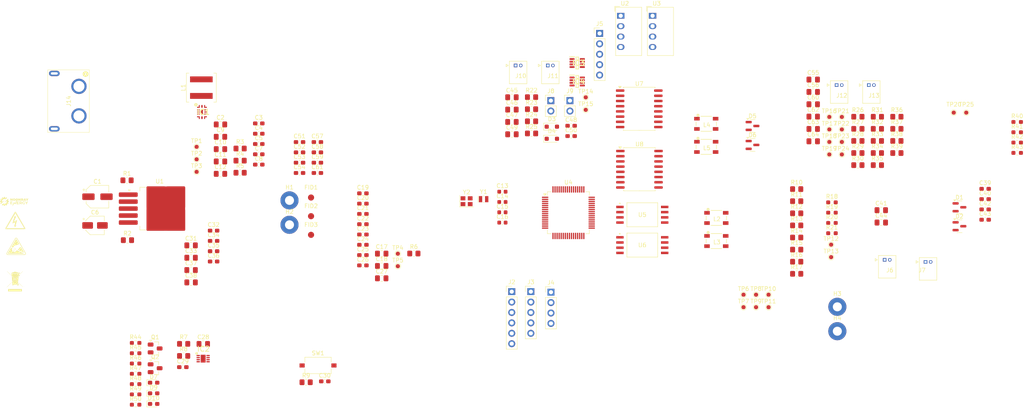
<source format=kicad_pcb>
(kicad_pcb (version 20240108) (generator "pcbnew") (generator_version "8.0")
  (title_block (title "Rapid-Core-X") (rev "1.0.1") (company "NoonRay Energy Pvt.ltd") (comment 1 "Author : Arockiya Lipson"))
  (layers (0 "F.Cu" signal "F.Cu (PWR , SIG)") (1 "In1.Cu" signal "L1 (GND )") (2 "In2.Cu" signal "L2 (GND)") (31 "B.Cu" signal "B.Cu (PWR , SIG)") (34 "B.Paste" user) (35 "F.Paste" user) (36 "B.SilkS" user "B.Silkscreen") (37 "F.SilkS" user "F.Silkscreen") (38 "B.Mask" user) (39 "F.Mask" user) (44 "Edge.Cuts" user))
  (property "BOARD_NAME" "Rapid-CoreX")
  (property "DATE" "09/09/2024")
  (property "NAME" "AR Lipson")
  (property "REV" "1.0.0")
  (net 0 "")
  (net 1 "+3.3V")
  (net 2 "GND1")
  (net 3 "/Project_Architecture/Power - Generation/LM_VCC")
  (net 4 "/Project_Architecture/Power - Generation/LM_SW")
  (net 5 "/Project_Architecture/MCU/HSE_IN")
  (net 6 "/Project_Architecture/MCU/HSE_OUT")
  (net 7 "+5V")
  (net 8 "/Project_Architecture/MCU/RCC_OSC_32_IN")
  (net 9 "/Project_Architecture/MCU/RCC_OSC_32_OUT")
  (net 10 "/Project_Architecture/MCU/VCAP")
  (net 11 "/Project_Architecture/Power - Generation/LM_BOOT")
  (net 12 "+5VA")
  (net 13 "GND2")
  (net 14 "+24V")
  (net 15 "/Project_Architecture/Power - Generation/LM_FB")
  (net 16 "/Project_Architecture/Comm - LIN/LIN1")
  (net 17 "/Project_Architecture/Comm - LIN/LIN2")
  (net 18 "/Project_Architecture/GPIO/NRST")
  (net 19 "/Project_Architecture/Comm - Isolated_CAN/CAN_H_IN-2")
  (net 20 "/Project_Architecture/Comm - Isolated_CAN/CAN_L_IN-2")
  (net 21 "/Project_Architecture/Comm - Isolated_CAN/CAN_H_IN-1")
  (net 22 "/Project_Architecture/Comm - Isolated_CAN/CAN_L_IN-1")
  (net 23 "/Project_Architecture/Comm - LIN/LIN2_CMD")
  (net 24 "/Project_Architecture/Comm - LIN/LIN1_CMD")
  (net 25 "/Project_Architecture/GPIO/USART2_TX")
  (net 26 "/Project_Architecture/GPIO/USART2_RX")
  (net 27 "/Project_Architecture/GPIO/SPI1_MOSI")
  (net 28 "/Project_Architecture/GPIO/SPI1_MISO")
  (net 29 "/Project_Architecture/GPIO/SPI1_SCK")
  (net 30 "/Project_Architecture/GPIO/SW_CLK")
  (net 31 "/Project_Architecture/GPIO/SWDIO")
  (net 32 "/Project_Architecture/Comm - Isolated_RS-485/RS-485_B_IN-1")
  (net 33 "/Project_Architecture/Comm - Isolated_RS-485/RS-485_A-IN-1")
  (net 34 "/Project_Architecture/MCU/BOOT0")
  (net 35 "/Project_Architecture/Comm - Isolated_RS-485/RS-485_B_IN-2")
  (net 36 "/Project_Architecture/Comm - Isolated_RS-485/RS-485_A_IN-2")
  (net 37 "/Project_Architecture/Indication - USR/PWR_LED")
  (net 38 "/Project_Architecture/Comm - LIN/LIN2_CMD_R")
  (net 39 "/Project_Architecture/Comm - LIN/LIN1_CMD_R")
  (net 40 "/Project_Architecture/Power - Generation/LDO_SH")
  (net 41 "/Project_Architecture/Power - Generation/LDO_ERR")
  (net 42 "/Project_Architecture/Power - Generation/LM_PG")
  (net 43 "/Project_Architecture/MCU/I2C_SDA_HUM")
  (net 44 "/Project_Architecture/MCU/I2C_SCL_HUM")
  (net 45 "/Project_Architecture/Comm - Isolated_CAN/CAN2_TX_R-2")
  (net 46 "/Project_Architecture/Comm - Isolated_CAN/CAN2_TX")
  (net 47 "/Project_Architecture/Comm - Isolated_CAN/CAN2_RX_R-2")
  (net 48 "/Project_Architecture/Comm - Isolated_CAN/CAN2_RX")
  (net 49 "/Project_Architecture/Comm - Isolated_CAN/CAN1_TX")
  (net 50 "/Project_Architecture/Comm - Isolated_CAN/CAN1_TX_R-1")
  (net 51 "/Project_Architecture/Comm - Isolated_CAN/CAN1_RX_R-1")
  (net 52 "/Project_Architecture/Comm - Isolated_CAN/CAN1_RX")
  (net 53 "/Project_Architecture/Comm - Isolated_CAN/CAN_H-2")
  (net 54 "/Project_Architecture/Comm - Isolated_CAN/CAN_L-2")
  (net 55 "/Project_Architecture/Comm - Isolated_CAN/CAN_H-1")
  (net 56 "/Project_Architecture/Comm - Isolated_CAN/CAN_L-1")
  (net 57 "/Project_Architecture/Comm - LIN/LIN2_RX")
  (net 58 "/Project_Architecture/Comm - LIN/LIN1_RX")
  (net 59 "/Project_Architecture/Comm - Isolated_RS-485/RS-485_1_TX_R-1")
  (net 60 "/Project_Architecture/Comm - Isolated_RS-485/RS-485_1_TX")
  (net 61 "/Project_Architecture/Comm - Isolated_RS-485/RS-485_1_RX")
  (net 62 "/Project_Architecture/Comm - Isolated_RS-485/RS-485_1_RX_R-1")
  (net 63 "/Project_Architecture/Comm - Isolated_RS-485/RS-485_1_EN_R-1")
  (net 64 "/Project_Architecture/Comm - Isolated_RS-485/RS-485_1_EN")
  (net 65 "/Project_Architecture/Comm - Isolated_RS-485/RS-485_2_TX")
  (net 66 "/Project_Architecture/Comm - Isolated_RS-485/RS-485_2_TX_R-2")
  (net 67 "/Project_Architecture/Comm - Isolated_RS-485/RS-485_2_RX")
  (net 68 "/Project_Architecture/Comm - Isolated_RS-485/RS-485_2_RX_R-2")
  (net 69 "/Project_Architecture/Comm - Isolated_RS-485/RS-485_2_EN")
  (net 70 "/Project_Architecture/Comm - Isolated_RS-485/RS-485_2_EN_R-2")
  (net 71 "/Project_Architecture/Comm - Isolated_RS-485/RS-485_B-1")
  (net 72 "/Project_Architecture/Comm - Isolated_RS-485/RS-485_A-1")
  (net 73 "/Project_Architecture/Comm - Isolated_RS-485/RS-485_A-2")
  (net 74 "/Project_Architecture/Comm - Isolated_RS-485/RS-485_B-2")
  (net 75 "/Project_Architecture/Indication - USR/USR_LED_1")
  (net 76 "/Project_Architecture/Indication - USR/USR_LED_2")
  (net 79 "/Project_Architecture/Comm - LIN/LIN2_EN")
  (net 89 "/Project_Architecture/Comm - LIN/LIN1_TX")
  (net 93 "/Project_Architecture/Comm - LIN/LIN1_EN")
  (net 94 "/Project_Architecture/Comm - LIN/LIN2_TX")
  (net 106 "/Project_Architecture/Indication - USR/LED_1_R")
  (net 107 "/Project_Architecture/Indication - USR/LED_1_D")
  (net 108 "/Project_Architecture/Indication - USR/LED_2_D")
  (net 109 "/Project_Architecture/Indication - USR/LED_2_R")
  (net 110 "/Project_Architecture/GPIO/GPIO_1_PB0")
  (net 111 "/Project_Architecture/GPIO/GPIO_1_PB1")
  (net 112 "/Project_Architecture/GPIO/GPIO_1_PB3")
  (net 113 "/Project_Architecture/GPIO/GPIO_1_PB2")
  (net 114 "/Project_Architecture/Indication - USR/LED_1_G")
  (net 115 "/Project_Architecture/Indication - USR/LED_2_G")
  (net 116 "VBAT")
  (net 117 "/Project_Architecture/Comm - Isolated_CAN/CAN_2_Cap")
  (net 118 "/Project_Architecture/Comm - Isolated_RS-485/RS-485_1_Cap")
  (net 119 "/Project_Architecture/Comm - Isolated_RS-485/RS-485_2_Cap")
  (footprint "Resistor_SMD:R_0805_2012Metric_Pad1.20x1.40mm_HandSolder" (layer "F.Cu") (at 232.8 79.5)
    (property "Reference" "R13")
    (property "Value" "0 C" (hide yes))
  )
  (footprint "Resistor_SMD:R_0603_1608Metric_Pad0.98x0.95mm_HandSolder" (layer "F.Cu") (at 286.5 59.3)
    (property "Reference" "R42")
    (property "Value" "59" (hide yes))
  )
  (footprint "0530480210_2pin_P1.25_PicoBlade:MOLEX_530480210" (layer "F.Cu") (at 172.1725 40.5)
    (property "Reference" "J11")
    (property "Value" "LIN-2" (hide yes))
  )
  (footprint "Resistor_SMD:R_0805_2012Metric_Pad1.20x1.40mm_HandSolder" (layer "F.Cu") (at 232.8 85.4)
    (property "Reference" "R15")
    (property "Value" "0 C" (hide yes))
  )
  (footprint "Resistor_SMD:R_0603_1608Metric_Pad0.98x0.95mm_HandSolder" (layer "F.Cu") (at 71.7875 120.71)
    (property "Reference" "R49")
    (property "Value" "100k 1% 1/5W" (hide yes))
  )
  (footprint "Resistor_SMD:R_0805_2012Metric_Pad1.20x1.40mm_HandSolder" (layer "F.Cu") (at 252.45 53)
    (property "Reference" "R31")
    (property "Value" "0 RS" (hide yes))
  )
  (footprint "Resistor_SMD:R_0805_2012Metric_Pad1.20x1.40mm_HandSolder" (layer "F.Cu") (at 168.2225 54.12)
    (property "Reference" "R24")
    (property "Value" "1k" (hide yes))
  )
  (footprint "Capacitor_SMD:C_0603_1608Metric_Pad1.08x0.95mm_HandSolder" (layer "F.Cu") (at 90.7875 85.79)
    (property "Reference" "C35")
    (property "Value" "1uf" (hide yes))
  )
  (footprint "Resistor_SMD:R_0805_2012Metric_Pad1.20x1.40mm_HandSolder" (layer "F.Cu") (at 247.7 58.9)
    (property "Reference" "R28")
    (property "Value" "0 RS" (hide yes))
  )
  (footprint "Connector_PinHeader_2.54mm:PinHeader_1x06_P2.54mm_Vertical" (layer "F.Cu") (at 163.4 95.65)
    (property "Reference" "J2")
    (property "Value" "GPIO_CONN_X_4" (hide yes))
  )
  (footprint "Capacitor_SMD:C_0805_2012Metric_Pad1.18x1.45mm_HandSolder" (layer "F.Cu") (at 253.4 75.79)
    (property "Reference" "C41")
    (property "Value" "4700pF" (hide yes))
  )
  (footprint "Capacitor_SMD:C_0603_1608Metric_Pad1.08x0.95mm_HandSolder" (layer "F.Cu") (at 117.8675 117.53)
    (property "Reference" "C30")
    (property "Value" "0u1F" (hide yes))
  )
  (footprint "Capacitor_SMD:C_0603_1608Metric_Pad1.08x0.95mm_HandSolder" (layer "F.Cu") (at 127.1475 84.23)
    (property "Reference" "C24")
    (property "Value" "0.1uf" (hide yes))
  )
  (footprint "MountingHole:MountingHole_2.2mm_M2_Pad" (layer "F.Cu") (at 242.7 99.35)
    (property "Reference" "H3")
    (property "Value" "MountingHole_Pad" (hide yes))
  )
  (footprint "Resistor_SMD:R_0805_2012Metric_Pad1.20x1.40mm_HandSolder" (layer "F.Cu") (at 257.2 55.95)
    (property "Reference" "R37")
    (property "Value" "10k , RS" (hide yes))
  )
  (footprint "Crystal:Crystal_SMD_2520-4Pin_2.5x2.0mm" (layer "F.Cu") (at 152.4 73.6)
    (property "Reference" "Y2")
    (property "Value" "Crystal_GND24" (hide yes))
  )
  (footprint "Resistor_SMD:R_0805_2012Metric_Pad1.20x1.40mm_HandSolder" (layer "F.Cu") (at 232.8 76.55)
    (property "Reference" "R12")
    (property "Value" "0 C" (hide yes))
  )
  (footprint "Capacitor_SMD:C_0603_1608Metric_Pad1.08x0.95mm_HandSolder" (layer "F.Cu") (at 127.1475 79.21)
    (property "Reference" "C22")
    (property "Value" "0.1uf" (hide yes))
  )
  (footprint "Resistor_SMD:R_0603_1608Metric_Pad0.98x0.95mm_HandSolder" (layer "F.Cu") (at 71.7875 108.16)
    (property "Reference" "R44")
    (property "Value" "100 1% 1/5W" (hide yes))
  )
  (footprint "Resistor_SMD:R_0603_1608Metric_Pad0.98x0.95mm_HandSolder" (layer "F.Cu") (at 71.7875 118.2)
    (property "Reference" "R48")
    (property "Value" "150" (hide yes))
  )
  (footprint "Package_TO_SOT_SMD:SuperSOT-3" (layer "F.Cu") (at 76.5375 109.505)
    (property "Reference" "Q1")
    (property "Value" "NMOS" (hide yes))
  )
  (footprint "0530480210_2pin_P1.25_PicoBlade:MOLEX_530480210" (layer "F.Cu") (at 164.3325 40.5)
    (property "Reference" "J10")
    (property "Value" "LIN-1" (hide yes))
  )
  (footprint "Noon_Ray:Noon_Ray" (layer "F.Cu") (at 42.2 73.7)
    (property "Reference" "G2" (hide yes))
    (property "Value" "NOON_REAY_ENERGIES" (hide yes))
  )
  (footprint "XT60PW-F_Connector:AMASS_XT60PW-F" (layer "F.Cu") (at 55.8 49.19 -90)
    (property "Reference" "J14")
    (property "Value" "XT60PW-F" (hide yes))
  )
  (footprint "LM60440ARPKR_Buck:LM60440AQRPKRQ1" (layer "F.Cu") (at 87.95 51.85)
    (property "Reference" "IC1")
    (property "Value" "LM60440ARPKR" (hide yes))
  )
  (footprint "Capacitor_SMD:C_0603_1608Metric" (layer "F.Cu") (at 161.125 73.79)
    (property "Reference" "C14")
    (property "Value" "20pF" (hide yes))
  )
  (footprint "Capacitor_SMD:C_0603_1608Metric_Pad1.08x0.95mm_HandSolder" (layer "F.Cu") (at 101.7875 59.65)
    (property "Reference" "C5")
    (property "Value" "1uF 6.065m" (hide yes))
  )
  (footprint "Capacitor_SMD:C_0805_2012Metric_Pad1.18x1.45mm_HandSolder" (layer "F.Cu") (at 85.3 87.38)
    (property "Reference" "C33")
    (property "Value" "10uf" (hide yes))
  )
  (footprint "TestPoint:TestPoint_Pad_D1.0mm" (layer "F.Cu") (at 86.6475 66.44)
    (property "Reference" "TP3")
    (property "Value" "TestPoint" (hide yes))
  )
  (footprint "Resistor_SMD:R_0805_2012Metric_Pad1.20x1.40mm_HandSolder" (layer "F.Cu") (at 252.45 61.85)
    (property "Reference" "R34")
    (property "Value" "0 RS" (hide yes))
  )
  (footprint "Capacitor_SMD:C_0805_2012Metric_Pad1.18x1.45mm_HandSolder" (layer "F.Cu") (at 92.4575 57.89)
    (property "Reference" "C9")
    (property "Value" "27pF 1mohm" (hide yes))
  )
  (footprint "Capacitor_SMD:C_0603_1608Metric_Pad1.08x0.95mm_HandSolder" (layer "F.Cu") (at 127.1475 86.74)
    (property "Reference" "C25")
    (property "Value" "0.1uf" (hide yes))
  )
  (footprint "TestPoint:TestPoint_Pad_D1.0mm" (layer "F.Cu") (at 225.95 99.45)
    (property "Reference" "TP11")
    (property "Value" "TestPoint" (hide yes))
  )
  (footprint "Capacitor_SMD:C_0805_2012Metric_Pad1.18x1.45mm_HandSolder" (layer "F.Cu") (at 131.7275 89.39)
    (property "Reference" "C18")
    (property "Value" "10uf" (hide yes))
  )
  (footprint "TestPoint:TestPoint_Pad_D1.0mm" (layer "F.Cu") (at 240.75 56.1)
    (property "Reference" "TP17")
    (property "Value" "TestPoint" (hide yes))
  )
  (footprint "Package_TO_SOT_SMD:SOT-23" (layer "F.Cu") (at 272.44 75.075)
    (property "Reference" "D1")
    (property "Value" "SM712_SOT23" (hide yes))
  )
  (footprint "Connector_PinHeader_2.54mm:PinHeader_1x05_P2.54mm_Vertical" (layer "F.Cu") (at 184.8 32.68)
    (property "Reference" "J5")
    (property "Value" "SWD_Debug" (hide yes))
  )
  (footprint "Capacitor_SMD:C_0603_1608Metric_Pad1.08x0.95mm_HandSolder" (layer "F.Cu") (at 278.7 70.58)
    (property "Reference" "C39")
    (property "Value" "1uf" (hide yes))
  )
  (footprint "Resistor_SMD:R_0805_2012Metric_Pad1.20x1.40mm_HandSolder" (layer "F.Cu") (at 69.8 83.1)
    (property "Reference" "R2")
    (property "Value" "10k LDO" (hide yes))
  )
  (footprint "Converter_DCDC:Converter_DCDC_Murata_CRE1xxxxxx3C_THT" (layer "F.Cu") (at 197.7 28.38)
    (property "Reference" "U3")
    (property "Value" "CRE1S0505S3C" (hide yes))
  )
  (footprint "0530480210_2pin_P1.25_PicoBlade:MOLEX_530480210" (layer "F.Cu") (at 242.52 45.28)
    (property "Reference" "J12")
    (property "Value" "RS-485-1" (hide yes))
  )
  (footprint "Capacitor_SMD:C_0603_1608Metric_Pad1.08x0.95mm_HandSolder" (layer "F.Cu") (at 278.7 75.6)
    (property "Reference" "C42")
    (property "Value" "0.1uf" (hide yes))
  )
  (footprint "TestPoint:TestPoint_Pad_D1.0mm" (layer "F.Cu") (at 243.8 59.15)
    (property "Reference" "TP23")
    (property "Value" "TestPoint" (hide yes))
  )
  (footprint "Button_Switch_SMD:SW_Tactile_SPST_NO_Straight_CK_PTS636Sx25SMTRLFS" (layer "F.Cu") (at 116.2175 113.65)
    (property "Reference" "SW1")
    (property "Value" "SW_Push" (hide yes))
  )
  (footprint "TestPoint:TestPoint_Pad_D1.0mm" (layer "F.Cu") (at 225.95 96.4)
    (property "Reference" "TP10")
    (property "Value" "TestPoint" (hide yes))
  )
  (footprint "Capacitor_SMD:C_0603_1608Metric_Pad1.08x0.95mm_HandSolder" (layer "F.Cu") (at 101.7875 54.63)
    (property "Reference" "C3")
    (property "Value" "0.22uF 1m" (hide yes))
  )
  (footprint "Not_To_Bin:Not_To_Bin" (layer "F.Cu") (at 42.4 93.1)
    (property "Reference" "G1" (hide yes))
    (property "Value" "Not_to_bin" (hide yes))
  )
  (footprint "Capacitor_SMD:CP_Elec_4x5.8" (layer "F.Cu") (at 61.9 79.5)
    (property "Reference" "C6")
    (property "Value" "33uF LDO" (hide yes))
  )
  (footprint "TestPoint:TestPoint_Pad_D1.0mm" (layer "F.Cu") (at 241.1875 87.24)
    (property "Reference" "TP13")
    (property "Value" "TestPoint" (hide yes))
  )
  (footprint "Resistor_SMD:R_0805_2012Metric_Pad1.20x1.40mm_HandSolder" (layer "F.Cu") (at 247.7 64.8)
    (property "Reference" "R30")
    (property "Value" "0 RS" (hide yes))
  )
  (footprint "ISO1042BQDWVRQ1:IC_AMC1311BQDWVQ1" (layer "F.Cu") (at 195.2 84.3)
    (property "Reference" "U6")
    (property "Value" "ISO1042BQDWVRQ1" (hide yes))
  )
  (footprint "TestPoint:TestPoint_Pad_D1.0mm" (layer "F.Cu") (at 86.6475 63.39)
    (property "Reference" "TP2")
    (property "Value" "TestPoint" (hide yes))
  )
  (footprint "Connector_PinHeader_2.54mm:PinHeader_1x04_P2.54mm_Vertical" (layer "F.Cu") (at 172.95 95.78)
    (property "Reference" "J4")
    (property "Value" "USART" (hide yes))
  )
  (footprint "ISO1042BQDWVRQ1:IC_AMC1311BQDWVQ1" (layer "F.Cu") (at 195.2 76.9)
    (property "Reference" "U5")
    (property "Value" "ISO1042BQDWVRQ1" (hide yes))
  )
  (footprint "ACT45B-510-2P-TL003:IND_ACT45R_TDK" (layer "F.Cu") (at 210.802465 54.7224)
    (property "Reference" "L4")
    (property "Value" "ACT45B-510-2P-TL003" (hide yes))
  )
  (footprint "Resistor_SMD:R_0603_1608Metric_Pad0.98x0.95mm_HandSolder" (layer "F.Cu") (at 241.3875 81.41)
    (property "Reference" "R21")
    (property "Value" "59" (hide yes))
  )
  (footprint "Capacitor_SMD:C_0603_1608Metric_Pad1.08x0.95mm_HandSolder" (layer "F.Cu") (at 278.7 78.11)
    (property "Reference" "C43")
    (property "Value" "0.1uf" (hide yes))
  )
  (footprint "TestPoint:TestPoint_Pad_D1.0mm" (layer "F.Cu") (at 243.8 62.2)
    (property "Reference" "TP24")
    (property "Value" "TestPoint" (hide yes))
  )
  (footprint "Resistor_SMD:R_0603_1608Metric_Pad0.98x0.95mm_HandSolder" (layer "F.Cu") (at 71.7875 115.69)
    (property "Reference" "R47")
    (property "Value" "150" (hide yes))
  )
  (footprint "Fiducial:Fiducial_1.5mm_Mask3mm" (layer "F.Cu") (at 114.5175 72.7)
    (property "Reference" "FID1")
    (property "Value" "Fiducial" (hide yes))
  )
  (footprint "TestPoint:TestPoint_Pad_D1.0mm" (layer "F.Cu") (at 222.9 96.4)
    (property "Reference" "TP8")
    (property "Value" "TestPoint" (hide yes))
  )
  (footprint "TestPoint:TestPoint_Pad_D1.0mm" (layer "F.Cu") (at 240.75 62.2)
    (property "Reference" "TP19")
    (property "Value" "TestPoint" (hide yes))
  )
  (footprint "ESD_Protection_Sign:ESD_Protection_Sign" (layer "F.Cu") (at 42.7 84.6)
    (property "Reference" "G4" (hide yes))
    (property "Value" "ESD_Protection" (hide yes))
  )
  (footprint "TestPoint:TestPoint_Pad_D1.0mm" (layer "F.Cu") (at 243.8 56.1)
    (property "Reference" "TP22")
    (property "Value" "TestPoint" (hide yes))
  )
  (footprint "Resistor_SMD:R_0603_1608Metric_Pad0.98x0.95mm_HandSolder" (layer "F.Cu") (at 71.7875 113.18)
    (property "Reference" "R46")
    (property "Value" "100 1% 1/5W" (hide yes))
  )
  (footprint "TestPoint:TestPoint_Pad_D1.0mm" (layer "F.Cu") (at 240.75 53.05)
    (property "Reference" "TP16")
    (property "Value" "TestPoint" (hide yes))
  )
  (footprint "Capacitor_SMD:C_0603_1608Metric_Pad1.08x0.95mm_HandSolder" (layer "F.Cu") (at 83.2875 114.06)
    (property "Reference" "C29")
    (property "Value" "0.1uF" (hide yes))
  )
  (footprint "TestPoint:TestPoint_Pad_D1.0mm" (layer "F.Cu") (at 241.1875 84.19)
    (property "Reference" "TP12")
    (property "Value" "TestPoint" (hide yes))
  )
  (footprint "Capacitor_SMD:C_0603_1608Metric" (layer "F.Cu") (at 161.125 71.28)
    (property "Reference" "C13")
    (property "Value" "20pF, 0603" (hide yes))
  )
  (footprint "Package_TO_SOT_SMD:TO-263-5_TabPin3" (layer "F.Cu") (at 77.65 75.4)
    (property "Reference" "U1")
    (property "Value" "LP3963-3.3" (hide yes))
  )
  (footprint "Capacitor_SMD:C_0805_2012Metric_Pad1.18x1.45mm_HandSolder" (layer "F.Cu") (at 253.4 78.8)
    (property "Reference" "C44")
    (property "Value" "4700pF" (hide yes))
  )
  (footprint "Capacitor_SMD:C_0603_1608Metric_Pad1.08x0.95mm_HandSolder" (layer "F.Cu") (at 127.1475 89.25)
    (property "Reference" "C26")
    (property "Value" "0.1uf" (hide yes))
  )
  (footprint "Inductor_SMD:L_Coilcraft_XAL6060-XXX" (layer "F.Cu") (at 87.8 45.9 90)
    (property "Reference" "L1")
    (property "Value" "8.2mH 24mohm" (hide yes))
  )
  (footprint "Capacitor_SMD:C_0603_1608Metric_Pad1.08x0.95mm_HandSolder" (layer "F.Cu") (at 101.7875 64.67)
    (property "Reference" "C8")
    (property "Value" "0.1uF 1m" (hide yes))
  )
  (footprint "Capacitor_SMD:C_0603_1608Metric_Pad1.08x0.95mm_HandSolder" (layer "F.Cu") (at 90.7875 83.28)
    (property "Reference" "C34")
    (property "Value" "0.1uf" (hide yes))
  )
  (footprint "Resistor_SMD:R_0805_2012Metric_Pad1.20x1.40mm_HandSolder" (layer "F.Cu") (at 252.45 55.95)
    (property "Reference" "R32")
    (property "Value" "0 RS" (hide yes))
  )
  (footprint "Capacitor_SMD:C_0603_1608Metric_Pad1.08x0.95mm_HandSolder" (layer "F.Cu") (at 90.7875 88.3)
    (property "Reference" "C36")
    (property "Value" "0.1uf" (hide yes))
  )
  (footprint "Capacitor_SMD:C_0603_1608Metric_Pad1.08x0.95mm_HandSolder" (layer "F.Cu") (at 127.1475 71.68)
    (property "Reference" "C19")
    (property "Value" "1uf" (hide yes))
  )
  (footprint "Capacitor_SMD:C_0805_2012Metric_Pad1.18x1.45mm_HandSolder" (layer "F.Cu") (at 92.4575 66.92)
    (property "Reference" "C12")
    (property "Value" "100uF, 30mohm," (hide yes))
  )
  (footprint "Resistor_SMD:R_0805_2012Metric_Pad1.20x1.40mm_HandSolder" (layer "F.Cu") (at 257.2 53)
    (property "Reference" "R36")
    (property "Value" "10k , RS" (hide yes))
  )
  (footprint "Resistor_SMD:R_0805_2012Metric_Pad1.20x1.40mm_HandSolder" (layer "F.Cu") (at 97.2375 60.75)
    (property "Reference" "R3")
    (property "Value" "100k" (hide yes))
  )
  (footprint "TestPoint:TestPoint_Pad_D1.0mm" (layer "F.Cu") (at 86.6475 60.34)
    (property "Reference" "TP1")
    (property "Value" "TestPoint" (hide yes))
  )
  (footprint "Capacitor_SMD:C_0603_1608Metric_Pad1.08x0.95mm_HandSolder" (layer "F.Cu") (at 177.8625 57.71)
    (property "Reference" "C50")
    (property "Value" "0u1F, 10V, 0603" (hide yes))
  )
  (footprint "Capacitor_SMD:C_0805_2012Metric_Pad1.18x1.45mm_HandSolder" (layer "F.Cu") (at 85.3 90.39)
    (property "Reference" "C37")
    (property "Value" "10uf" (hide yes))
  )
  (footprint "TestPoint:TestPoint_Pad_D1.0mm" (layer "F.Cu") (at 271.05 52)
    (property "Reference" "TP20")
    (property "Value" "TestPoint" (hide yes))
  )
  (footprint "Resistor_SMD:R_0805_2012Metric_Pad1.20x1.40mm_HandSolder" (layer "F.Cu") (at 113.3175 117.75)
    (property "Reference" "R9")
    (property "Value" "10k" (hide yes))
  )
  (footprint "Resistor_SMD:R_0805_2012Metric_Pad1.20x1.40mm_HandSolder" (layer "F.Cu") (at 139.5575 86.35)
    (property "Reference" "R6")
    (property "Value" "10k" (hide yes))
  )
  (footprint "Capacitor_SMD:C_0603_1608Metric_Pad1.08x0.95mm_HandSolder" (layer "F.Cu") (at 116.0625 66.71)
    (property "Reference" "C61")
    (property "Value" "1uf" (hide yes))
  )
  (footprint "Capacitor_SMD:C_0603_1608Metric_Pad1.08x0.95mm_HandSolder" (layer "F.Cu") (at 127.1475 81.72)
    (property "Reference" "C23")
    (property "Value" "0.1uf" (hide yes))
  )
  (footprint "Capacitor_SMD:C_0805_2012Metric_Pad1.18x1.45mm_HandSolder" (layer "F.Cu") (at 92.4575 54.88)
    (property "Reference" "C2")
    (property "Value" "4u7F 1mOhm" (hide yes))
  )
  (footprint "Capacitor_SMD:C_0603_1608Metric_Pad1.08x0.95mm_HandSolder" (layer "F.Cu") (at 127.1475 76.7)
    (property "Reference" "C21")
    (property "Value" "1uf" (hide yes))
  )
  (footprint "Package_TO_SOT_SMD:SOT-23" (layer "F.Cu") (at 222.0375 55.25)
    (property "Reference" "D5")
    (property "Value" "SM712_SOT23" (hide yes))
  )
  (footprint "TestPoint:TestPoint_Pad_D1.0mm" (layer "F.Cu") (at 222.9 99.45)
    (property "Reference" "TP9")
    (property "Value" "TestPoint" (hide yes))
  )
  (footprint "Capacitor_SMD:C_0805_2012Metric_Pad1.18x1.45mm_HandSolder" (layer "F.Cu") (at 236.82 46.95)
    (property "Reference" "C56")
    (property "Value" "10uf" (hide yes))
  )
  (footprint "Resistor_SMD:R_0805_2012Metric_Pad1.20x1.40mm_HandSolder" (layer "F.Cu") (at 83.4875 108.38)
    (property "Reference" "R7")
    (property "Value" "4k7" (hide yes))
  )
  (footprint "Resistor_SMD:R_0805_2012Metric_Pad1.20x1.40mm_HandSolder" (layer "F.Cu") (at 232.8 73.6)
    (property "Reference" "R11")
    (property "Value" "0 C" (hide yes))
  )
  (footprint "Capacitor_SMD:C_0603_1608Metric_Pad1.08x0.95mm_HandSolder" (layer "F.Cu") (at 177.8625 55.2)
    (property "Reference" "C48")
    (property "Value" "0u1F, 10V, 0603" (hide yes))
  )
  (footprint "Fiducial:Fiducial_1.5mm_Mask3mm" (layer "F.Cu") (at 114.5175 77.25)
    (property "Reference" "FID2")
    (property "Value" "Fiducial" (hide yes))
  )
  (footprint "Package_SO:SOIC-16W_7.5x10.3mm_P1.27mm" (layer "F.Cu") (at 194.45 51.065)
    (property "Reference" "U7")
    (property "Value" "ISO3082DW" (hide yes))
  )
  (footprint "Capacitor_SMD:C_0603_1608Metric_Pad1.08x0.95mm_HandSolder" (layer "F.Cu") (at 116.0625 59.18)
    (property "Reference" "C57")
    (property "Value" "0.1uf" (hide yes))
  )
  (footprint "TestPoint:TestPoint_Pad_D1.0mm" (layer "F.Cu") (at 243.8 53.05)
    (property "Reference" "TP21")
    (property "Value" "TestPoint" (hide yes))
  )
  (footprint "Package_TO_SOT_SMD:SOT-23" (layer "F.Cu") (at 272.44 79.7)
    (property "Reference" "D2")
    (property "Value" "SM712_SOT23" (hide yes))
  )
  (footprint "Capacitor_SMD:C_0805_2012Metric_Pad1.18x1.45mm_HandSolder" (layer "F.Cu") (at 236.82 55.98)
    (property "Reference" "C63")
    (property "Value" "4700pF" (hide yes))
  )
  (footprint "Capacitor_SMD:C_0805_2012Metric_Pad1.18x1.45mm_HandSolder" (layer "F.Cu") (at 131.7275 86.38)
    (property "Reference" "C17")
    (property "Value" "10uf" (hide yes))
  )
  (footprint "0530480210_2pin_P1.25_PicoBlade:MOLEX_530480210" (layer "F.Cu") (at 254.2175 87.89)
    (property "Reference" "J6")
    (property "Value" "CAN-2" (hide yes))
  )
  (footprint "0530480210_2pin_P1.25_PicoBlade:MOLEX_530480210" (layer "F.Cu") (at 250.36 45.28)
    (property "Reference" "J13")
    (property "Value" "RS-485-2" (hide yes))
  )
  (footprint "Diode_SMD:D_SOD-323_HandSoldering" (layer "F.Cu") (at 173.1675 58.37)
    (property "Reference" "D4")
    (property "Value" "D" (hide yes))
  )
  (footprint "Resistor_SMD:R_0805_2012Metric_Pad1.20x1.40mm_HandSolder" (layer "F.Cu") (at 257.2 58.9)
    (property "Reference" "R38")
    (property "Value" "10k , RS" (hide yes))
  )
  (footprint "MountingHole:MountingHole_2.2mm_M2_Pad" (layer "F.Cu") (at 109.2675 73.4)
    (property "Reference" "H1")
    (property "Value" "MountingHole_Pad" (hide yes))
  )
  (footprint "Resistor_SMD:R_0805_2012Metric_Pad1.20x1.40mm_HandSolder" (layer "F.Cu") (at 232.8 88.35)
    (property "Reference" "R16")
    (property "Value" "0 C" (hide yes))
  )
  (footprint "Resistor_SMD:R_0805_2012Metric_Pad1.20x1.40mm_HandSolder" (layer "F.Cu") (at 97.2375 63.7)
    (property "Reference" "R4")
    (property "Value" "100k" (hide yes))
  )
  (footprint "Resistor_SMD:R_0603_1608Metric_Pad0.98x0.95mm_HandSolder" (layer "F.Cu") (at 71.7875 110.67)
    (property "Reference" "R45")
    (property "Value" "100 1% 1/5W" (hide yes))
  )
  (footprint "SHT30A-DIS-B2.5KS:SON50P250X250X100-9N-D" (layer "F.Cu") (at 88.2375 111.99)
    (property "Reference" "IC2")
    (property "Value" "SHT30A-DIS-B2.5KS" (hide yes))
  )
  (footprint "ACT45B-510-2P-TL003:IND_ACT45R_TDK" (layer "F.Cu") (at 213.26 83.3076)
    (property "Reference" "L3")
    (property "Value" "ACT45B-510-2P-TL003" (hide yes))
  )
  (footprint "Resistor_SMD:R_0603_1608Metric_Pad0.98x0.95mm_HandSolder" (layer "F.Cu") (at 286.5 61.81)
    (property "Reference" "R43")
    (property "Value" "59" (hide yes))
  )
  (footprint "Resistor_SMD:R_0603_1608Metric_Pad0.98x0.95mm_HandSolder" (layer "F.Cu") (at 286.5 54.28)
    (property "Reference" "R40")
    (property "Value" "59" (hide yes))
  )
  (footprint "Capacitor_SMD:C_0603_1608Metric_Pad1.08x0.95mm_HandSolder" (layer "F.Cu") (at 90.7875 80.77)
    (property "Reference" "C32")
    (property "Value" "1uf" (hide yes))
  )
  (footprint "LED_SMD:LED_0603_1608Metric_Pad1.05x0.95mm_HandSolder" (layer "F.Cu") (at 76.1825 123.03)
    (property "Reference" "D10")
    (property "Value" "GREEN" (hide yes))
  )
  (footprint "Capacitor_SMD:C_0805_2012Metric_Pad1.18x1.45mm_HandSolder" (layer "F.Cu") (at 85.3 93.4)
    (property "Reference" "C38")
    (property "Value" "10uf" (hide yes))
  )
  (footprint "Capacitor_SMD:C_0805_2012Metric_Pad1.18x1.45mm_HandSolder" (layer "F.Cu") (at 131.7275 92.4)
    (property "Reference" "C27")
    (property "Value" "4.7uf 6.3V XR7" (hide yes))
  )
  (footprint "Resistor_SMD:R_0805_2012Metric_Pad1.20x1.40mm_HandSolder" (layer "F.Cu") (at 83.4875 111.33)
    (property "Reference" "R8")
    (property "Value" "4k7" (hide yes))
  )
  (footprint "Resistor_SMD:R_0805_2012Metric_Pad1.20x1.40mm_HandSolder" (layer "F.Cu") (at 168.2225 51.17)
    (property "Reference" "R23")
    (property "Value" "10K" (hide yes))
  )
  (footprint "Capacitor_SMD:C_0603_1608Metric" (layer "F.Cu") (at 161.125 76.3)
    (property "Reference" "C15")
    (property "Value" "15pf" (hide yes))
  )
  (footprint "Resistor_SMD:R_0805_2012Metric_Pad1.20x1.40mm_HandSolder" (layer "F.Cu") (at 168.2225 57.07)
    (property "Reference" "R25")
    (property "Value" "1k" (hide yes))
  )
  (footprint "TestPoint:TestPoint_Pad_D1.0mm" (layer "F.Cu") (at 219.85 96.4)
    (property "Reference" "TP6")
    (property "Value" "TestPoint" (hide yes))
  )
  (footprint "Capacitor_SMD:C_0603_1608Metric_Pad1.08x0.95mm_HandSolder" (layer "F.Cu") (at 116.0625 61.69)
    (property "Reference" "C58")
    (property "Value" "0.1uf" (hide yes))
  )
  (footprint "Package_SO:SOIC-16W_7.5x10.3mm_P1.27mm" (layer "F.Cu") (at 194.5 65.8)
    (property "Reference" "U8")
    (property "Value" "ISO3082DW" (hide yes))
  )
  (footprint "Resistor_SMD:R_0805_2012Metric_Pad1.20x1.40mm_HandSolder" (layer "F.Cu") (at 252.45 64.8)
    (property "Reference" "R35")
    (property "Value" "0 RS" (hide yes))
  )
  (footprint "Capacitor_SMD:C_0805_2012Metric_Pad1.18x1.45mm_HandSolder" (layer "F.Cu") (at 163.4425 51.26)
    (property "Reference" "C46")
    (property "Value" "220uF, 0805" (hide yes))
  )
  (footprint "Capacitor_SMD:C_0805_2012Metric_Pad1.18x1.45mm_HandSolder" (layer "F.Cu") (at 85.3 84.37)
    (property "Reference" "C31")
    (property "Value" "10uf" (hide yes))
  )
  (footprint "MountingHole:MountingHole_2.2mm_M2_Pad" (layer "F.Cu") (at 109.2675 79.35)
    (property "Reference" "H2")
    (property "Value" "MountingHole_Pad" (hide yes))
  )
  (footprint "Package_TO_SOT_SMD:SuperSOT-3" (layer "F.Cu") (at 76.5375 114.33)
    (property "Reference" "Q2")
    (property "Value" "NMOS" (hide yes))
  )
  (footprint "Converter_DCDC:Converter_DCDC_Murata_CRE1xxxxxx3C_THT" (layer "F.Cu") (at 189.945 28.38)
    (property "Reference" "U2")
    (property "Value" "CRE1S0505S3C" (hide yes))
  )
  (footprint "Resistor_SMD:R_0603_1608Metric_Pad0.98x0.95mm_HandSolder" (layer "F.Cu") (at 286.5 56.79)
    (property "Reference" "R41")
    (property "Value" "59" (hide yes))
  )
  (footprint "TLIN1039DDFRQ1:SOT65P280X110-8N" (layer "F.Cu") (at 179.3425 44.405)
    (property "Reference" "IC4")
    (property "Value" "TLIN1039DDFRQ1" (hide yes))
  )
  (footprint "0530480210_2pin_P1.25_PicoBlade:MOLEX_530480210" (layer "F.Cu") (at 264.175 88.4)
    (property "Reference" "J7")
    (property "Value" "CAN-1" (hide yes))
  )
  (footprint "Capacitor_SMD:C_0603_1608Metric_Pad1.08x0.95mm_HandSolder" (layer "F.Cu") (at 101.7875 57.14)
    (property "Reference" "C4")
    (property "Value" "0.22uF 1m" (hide yes))
  )
  (footprint "Capacitor_SMD:C_0603_1608Metric_Pad1.08x0.95mm_HandSolder" (layer "F.Cu") (at 111.7125 61.69)
    (property "Reference" "C52")
    (property "Value" "0.1uf" (hide yes))
  )
  (footprint "TestPoint:TestPoint_Pad_D1.0mm" (layer "F.Cu") (at 219.85 99.45)
    (property "Reference" "TP7")
    (property "Value" "TestPoint" (hide yes))
  )
  (footprint "Capacitor_SMD:C_0805_2012Metric_Pad1.18x1.45mm_HandSolder" (layer "F.Cu") (at 236.82 58.99)
    (property "Reference" "C64")
    (property "Value" "10uf" (hide yes))
  )
  (footprint "Resistor_SMD:R_0805_2012Metric_Pad1.20x1.40mm_HandSolder" (layer "F.Cu") (at 97.2375 66.65)
    (property "Reference" "R5")
    (property "Value" "24.9k" (hide yes))
  )
  (footprint "Capacitor_SMD:C_0805_2012Metric_Pad1.18x1.45mm_HandSolder" (layer "F.Cu") (at 236.82 49.96)
    (property "Reference" "C60")
    (property "Value" "4700pF" (hide yes))
  )
  (footprint "Capacitor_SMD:C_0805_2012Metric_Pad1.18x1.45mm_HandSolder" (layer "F.Cu") (at 163.4425 57.28)
    (property "Reference" "C49")
    (property "Value" "10uF, 10V, 0805" (hide yes))
  )
  (footprint "Capacitor_SMD:C_0603_1608Metric_Pad1.08x0.95mm_HandSolder" (layer "F.Cu") (at 111.7125 66.71)
    (property "Reference" "C54")
    (property "Value" "1uf" (hide yes))
  )
  (footprint "LED_SMD:LED_0603_1608Metric_Pad1.05x0.95mm_HandSolder" (layer "F.Cu") (at 76.1825 117.85)
    (property "Reference" "D7")
    (property "Value" "RED" (hide yes))
  )
  (footprint "Capacitor_SMD:C_0603_1608Metric_Pad1.08x0.95mm_HandSolder" (layer "F.Cu") (at 111.7125 59.18)
    (property "Reference" "C51")
    (property "Value" "0.1uf" (hide yes))
  )
  (footprint "Capacitor_SMD:C_0805_2012Metric_Pad1.18x1.45mm_HandSolder" (layer "F.Cu") (at 92.4575 63.91)
    (property "Reference" "C11")
    (property "Value" "100uF 1mohm" (hide yes))
  )
  (footprint "TestPoint:TestPoint_Pad_D1.0mm" (layer "F.Cu") (at 135.6575 89.45)
    (property "Reference" "TP5")
    (property "Value" "TestPoint" (hide yes))
  )
  (footprint "Capacitor_SMD:C_0603_1608Metric_Pad1.08x0.95mm_HandSolder" (layer "F.Cu") (at 127.1475 74.19)
    (property "Reference" "C20")
    (property "Value" "0.1uf" (hide yes))
  )
  (footprint "Fiducial:Fiducial_1.5mm_Mask3mm" (layer "F.Cu") (at 114.5175 81.8)
    (property "Reference" "FID3")
    (property "Value" "Fiducial" (hide yes))
  )
  (footprint "Resistor_SMD:R_0805_2012Metric_Pad1.20x1.40mm_HandSolder" (layer "F.Cu") (at 252.45 58.9)
    (property "Reference" "R33")
    (property "Value" "0 RS" (hide yes))
  )
  (footprint "Resistor_SMD:R_0805_2012Metric_Pad1.20x1.40mm_HandSolder" (layer "F.Cu") (at 247.7 55.95)
    (property "Reference" "R27")
    (property "Value" "0 RS" (hide yes))
  )
  (footprint "Resistor_SMD:R_0805_2012Metric_Pad1.20x1.40mm_HandSolder" (layer "F.Cu") (at 247.7 61.85)
    (property "Reference" "R29")
    (property "Value" "0 RS" (hide yes))
  )
  (footprint "Capacitor_SMD:C_0805_2012Metric_Pad1.18x1.45mm_HandSolder" (layer "F.Cu") (at 163.4425 54.27)
    (property "Reference" "C47")
    (property "Value" "10uF, 10V, 0805" (hide yes))
  )
  (footprint "Resistor_SMD:R_0805_2012Metric_Pad1.20x1.40mm_HandSolder" (layer "F.Cu") (at 232.8 91.3)
    (property "Reference" "R17")
    (property "Value" "0 C" (hide yes))
  )
  (footprint "Capacitor_SMD:C_0805_2012Metric_Pad1.18x1.45mm_HandSolder" (layer "F.Cu") (at 163.4425 48.25)
    (property "Reference" "C45")
    (property "Value" "220uF, 0805" (hide yes))
  )
  (footprint "TLIN1039DDFRQ1:SOT65P280X110-8N" (layer "F.Cu") (at 179.3425 39.905)
    (property "Reference" "IC3")
    (property "Value" "TLIN1039DDFRQ1" (hide yes))
  )
  (footprint "Capacitor_SMD:C_0603_1608Metric_Pad1.08x0.95mm_HandSolder" (layer "F.Cu") (at 116.0625 64.2)
    (property "Reference" "C59")
    (property "Value" "1uf" (hide yes))
  )
  (footprint "Connector_PinHeader_2.54mm:PinHeader_1x02_P2.54mm_Vertical" (layer "F.Cu") (at 177.5725 49.07)
    (property "Reference" "J9")
    (property "Value" "LIN-1" (hide yes))
  )
  (footprint "TestPoint:TestPoint_Pad_D1.0mm" (layer "F.Cu") (at 181.4225 48.27)
    (property "Reference" "TP14")
    (property "Value" "TestPoint" (hide yes))
  )
  (footprint "Capacitor_SMD:C_0603_1608Metric" (layer "F.Cu") (at 161.125 78.81)
    (property "Reference" "C16")
    (property "Value" "15pF" (hide yes))
  )
  (footprint "Connector_PinHeader_2.54mm:PinHeader_1x02_P2.54mm_Vertical" (layer "F.Cu") (at 172.9225 49.07)
    (property "Reference" "J8")
    (property "Value" "LIN-2" (hide yes))
  )
  (footprint "Resistor_SMD:R_0603_1608Metric_Pad0.98x0.95mm_HandSolder" (layer "F.Cu") (at 71.7875 123.22)
    (property "Reference" "R50")
    (property "Value" "100k 1% 1/5W" (hide yes))
  )
  (footprint "Resistor_SMD:R_0805_2012Metric_Pad1.20x1.40mm_HandSolder" (layer "F.Cu") (at 232.8 82.45)
    (property "Reference" "R14")
    (property "Value" "0 C" (hide yes))
  )
  (footprint "Capacitor_SMD:C_0603_1608Metric_Pad1.08x0.95mm_HandSolder" (layer "F.Cu") (at 111.7125 64.2)
    (property "Reference" "C53")
    (property "Value" "1uf" (hide yes))
  )
  (footprint "Resistor_SMD:R_0603_1608Metric_Pad0.98x0.95mm_HandSolder" (layer "F.Cu") (at 241.3875 73.88)
    (property "Reference" "R18")
    (property "Value" "59" (hide yes))
  )
  (footprint "Capacitor_SMD:C_0805_2012Metric_Pad1.18x1.45mm_HandSolder" (layer "F.Cu") (at 236.82 43.94)
    (property "Reference" "C55")
    (property "Value" "10uf" (hide yes))
  )
  (footprint "Resistor_SMD:R_0805_2012Metric_Pad1.20x1.40mm_HandSolder" (layer "F.Cu") (at 168.2225 48.22)
    (property "Reference" "R22")
    (property "Value" "10K" (hide yes))
  )
  (footprint "Resistor_SMD:R_0603_1608Metric_Pad0.98x0.95mm_HandSolder" (layer "F.Cu") (at 241.3875 76.39)
    (property "Reference" "R19")
    (property "Value" "59" (hide yes))
  )
  (footprint "Capacitor_SMD:C_0805_2012Metric_Pad1.18x1.45mm_HandSolder" (layer "F.Cu") (at 236.82 52.97)
    (property "Reference" "C62")
    (property "Value" "10uf" (hide yes))
  )
  (footprint "Resistor_SMD:R_0805_2012Metric_Pad1.20x1.40mm_HandSolder" (layer "F.Cu") (at 257.2 61.85)
    (property "Reference" "R39")
    (property "Value" "10k , RS" (hide yes))
  )
  (footprint "TestPoint:TestPoint_Pad_D1.0mm" (layer "F.Cu") (at 135.6575 86.4)
    (property "Reference" "TP4")
    (property "Value" "TestPoint" (hide yes))
  )
  (footprint "Resistor_SMD:R_0805_2012Metric_Pad1.20x1.40mm_HandSolder" (layer "F.Cu") (at 232.8 70.65)
    (property "Reference" "R10")
    (property "Value" "0 C" (hide yes))
  )
  (footprint "Resistor_SMD:R_0805_2012Metric_Pad1.20x1.40mm_HandSolder" (layer "F.Cu") (at 247.7 53)
    (property "Reference" "R26")
    (property "Value" "0 RS" (hide yes))
  )
  (footprint "Capacitor_SMD:C_0603_1608Metric_Pad1.08x0.95mm_HandSolder" (layer "F.Cu") (at 278.7 73.09)
    (property "Reference" "C40")
    (property "Value" "1uf" (hide yes))
  )
  (footprint "Package_QFP:LQFP-64_10x10mm_P0.5mm" (layer "F.Cu") (at 177.2 76.4)
    (property "Reference" "U4")
    (property "Value" "STM32F446RETx" (hide yes))
  )
  (footprint "Capacitor_SMD:CP_Elec_5x5.8" (layer "F.Cu") (at 62.5 72.5)
    (property "Reference" "C1")
    (property "Value" "66uF LDO" (hide yes))
  )
  (footprint "Diode_SMD:D_SOD-323_HandSoldering" (layer "F.Cu") (at 173.1675 55.42)
    (property "Reference" "D3")
    (property "Value" "D" (hide yes))
  )
  (footprint "Connector_PinHeader_2.54mm:PinHeader_1x05_P2.54mm_Vertical" (layer "F.Cu") (at 168.05 95.65)
    (property "Reference" "J3")
    (property "Value" "SPI" (hide yes))
  )
  (footprint "Package_TO_SOT_SMD:SOT-23" (layer "F.Cu") (at 222.0375 59.875)
    (property "Reference" "D6")
    (property "Value" "SM712_SOT23" (hide yes))
  )
  (footprint "TestPoint:TestPoint_Pad_D1.0mm" (layer "F.Cu") (at 274.1 52)
    (property "Reference" "TP25")
    (property "Value" "TestPoint" (hide yes))
  )
  (footprint "TestPoint:TestPoint_Pad_D1.0mm" (layer "F.Cu") (at 181.4225 51.32)
    (property "Reference" "TP15")
    (property "Value" "TestPoint" (hide yes))
  )
  (footprint "Capacitor_SMD:C_0805_2012Metric_Pad1.18x1.45mm_HandSolder" (layer "F.Cu") (at 88.2675 108.41)
    (property "Reference" "C28")
    (property "Value" "10uF" (hide yes))
  )
  (footprint "Resistor_SMD:R_0805_2012Metric_Pad1.20x1.40mm_HandSolder" (layer "F.Cu") (at 69.7 68.5)
    (property "Reference" "R1")
    (property "Value" "10k LDO" (hide yes))
  )
  (footprint "ACT45B-510-2P-TL003:IND_ACT45R_TDK" (layer "F.Cu") (at 210.802465 60.35)
    (property "Reference" "L5")
    (property "Value" "ACT45B-510-2P-TL003" (hide yes))
  )
  (footprint "High_Voltage_Warning_logo:High_Voltage_Warning" (layer "F.Cu") (at 42.5 78.3)
    (property "Reference" "G3" (hide yes))
    (property "Value" "High_Voltage_Warning" (hide yes))
  )
  (footprint "Crystal:Crystal_SMD_MicroCrystal_CC8V-T1A-2Pin_2.0x1.2mm" (layer "F.Cu") (at 156.55 73.1)
    (property "Reference" "Y1")
    (property "Value" "32.768_KHz" (hide yes))
  )
  (footprint "MountingHole:MountingHole_2.2mm_M2_Pad" (layer "F.Cu") (at 242.7 105.3)
    (property "Reference" "H4")
    (property "Value" "MountingHole_Pad" (hide yes))
  )
  (footprint "Capacitor_SMD:C_0805_2012Metric_Pad1.18x1.45mm_HandSolder" (layer "F.Cu") (at 92.4575 60.9)
    (property "Reference" "C10")
    (property "Value" "100uF 1mohm" (hide yes))
  )
  (footprint "ACT45B-510-2P-TL003:IND_ACT45R_TDK" (layer "F.Cu") (at 213.26 77.68)
    (property "Reference" "L2")
    (property "Value" "ACT45B-510-2P-TL003" (hide yes))
  )
  (footprint "LED_SMD:LED_0603_1608Metric_Pad1.05x0.95mm_HandSolder" (layer "F.Cu") (at 76.1825 120.44)
    (property "Reference" "D9")
    (property "Value" "GREEN" (hide yes))
  )
  (footprint "Resistor_SMD:R_0603_1608Metric_Pad0.98x0.95mm_HandSolder" (layer "F.Cu") (at 241.3875 78.9)
    (property "Reference" "R20")
    (property "Value" "59" (hide yes))
  )
  (footprint "TestPoint:TestPoint_Pad_D1.0mm" (layer "F.Cu") (at 240.75 59.15)
    (property "Reference" "TP18")
    (property "Value" "TestPoint" (hide yes))
  )
  (footprint "Capacitor_SMD:C_0603_1608Metric_Pad1.08x0.95mm_HandSolder" (layer "F.Cu") (at 101.7875 62.16)
    (property "Reference" "C7")
    (property "Value" "1uF 6.065m" (hide yes))
  )
)
</source>
